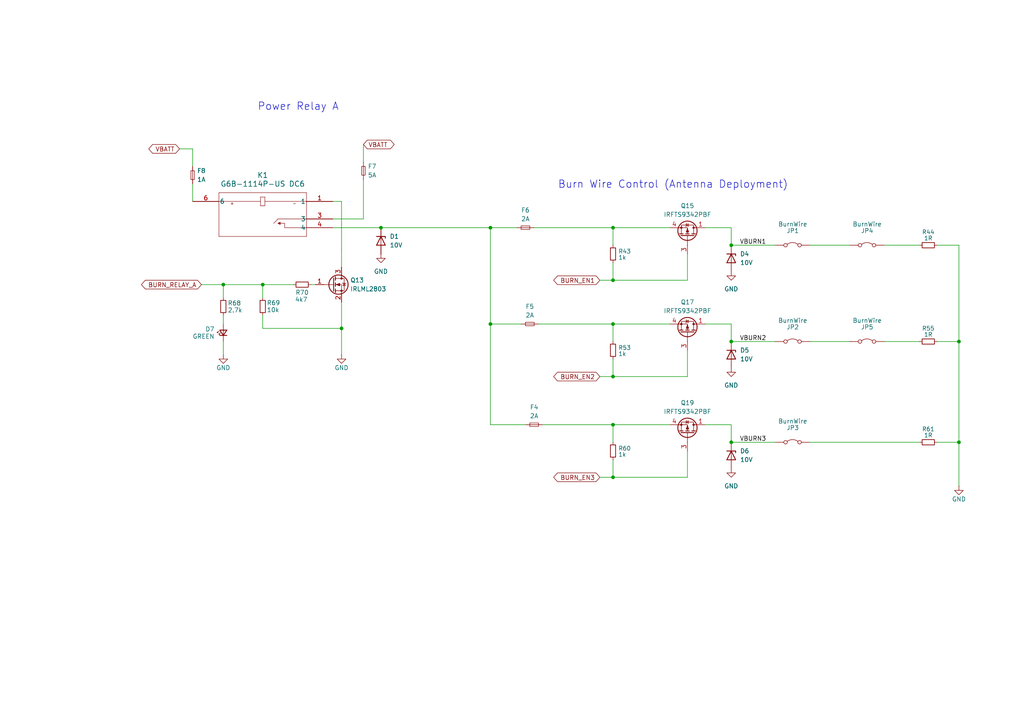
<source format=kicad_sch>
(kicad_sch (version 20231120) (generator "eeschema") (generator_version "8.0")
  (paper "A4")
  (lib_symbols
    (symbol "Argus-IC:IRLML2803" (pin_names hide)
      (property "Reference" "Q23" (at 2.54 1.27 0))
      (property "Value" "IRLML2803" (at 2.54 -1.27 0))
      (symbol "IRLML2803_0_1"
        (circle (center -0.889 0) (radius 2.794) (stroke (width 0.254)))
        (circle (center 0 -1.778) (radius 0.254) (fill (type outline)))
        (polyline (pts (xy -2.286 0) (xy -5.08 0)))
        (polyline (pts (xy -2.286 1.905) (xy -2.286 -1.905)) (stroke (width 0.254)))
        (polyline (pts (xy -1.778 -1.27) (xy -1.778 -2.286)) (stroke (width 0.254)))
        (polyline (pts (xy -1.778 0.508) (xy -1.778 -0.508)) (stroke (width 0.254)))
        (polyline (pts (xy -1.778 2.286) (xy -1.778 1.27)) (stroke (width 0.254)))
        (polyline (pts (xy 0 2.54) (xy 0 1.778)))
        (polyline (pts (xy 0 -2.54) (xy 0 0) (xy -1.778 0)))
        (polyline (pts (xy -1.778 -1.778) (xy 0.762 -1.778) (xy 0.762 1.778) (xy -1.778 1.778)))
        (polyline (pts (xy -1.524 0) (xy -0.508 0.381) (xy -0.508 -0.381) (xy -1.524 0)) (fill (type outline)))
        (polyline (pts (xy 0.254 0.508) (xy 0.381 0.381) (xy 1.143 0.381) (xy 1.27 0.254)))
        (polyline (pts (xy 0.762 0.381) (xy 0.381 -0.254) (xy 1.143 -0.254) (xy 0.762 0.381)))
        (circle (center 0 1.778) (radius 0.254) (fill (type outline)))
      )
      (symbol "IRLML2803_1_1"
        (pin input line (at -7.62 0 0) (length 2.54) (name "G") (number "1"))
        (pin passive line (at 0 -5.08 90) (length 2.54) (name "S") (number "2"))
        (pin passive line (at 0 5.08 270) (length 2.54) (name "D") (number "3"))
      )
    )
    (symbol "Argus-Miscellaneous:G6B-1114P-US_DC6" (pin_names (offset 0.254))
      (property "Reference" "K" (at 20.32 7.62 0))
      (property "Value" "G6B-1114P-US DC6" (at 20.32 5.08 0))
      (symbol "G6B-1114P-US_DC6_0_1"
        (polyline (pts (xy 7.62 -10.16) (xy 33.02 -10.16)) (stroke (width 0.127)))
        (polyline (pts (xy 7.62 -7.62) (xy 13.97 -7.62)) (stroke (width 0.127)))
        (polyline (pts (xy 7.62 -5.08) (xy 15.875 -5.08)) (stroke (width 0.127)))
        (polyline (pts (xy 7.62 0) (xy 19.685 0)) (stroke (width 0.127)))
        (polyline (pts (xy 7.62 2.54) (xy 7.62 -10.16)) (stroke (width 0.127)))
        (polyline (pts (xy 10.795 -0.635) (xy 11.43 -0.635)) (stroke (width 0.127)))
        (polyline (pts (xy 13.97 -7.62) (xy 13.97 -6.35)) (stroke (width 0.127)))
        (polyline (pts (xy 13.97 -6.35) (xy 15.24 -6.35)) (stroke (width 0.127)))
        (polyline (pts (xy 15.24 -6.6675) (xy 15.875 -6.35)) (stroke (width 0.127)))
        (polyline (pts (xy 15.24 -6.0325) (xy 15.24 -6.6675)) (stroke (width 0.127)))
        (polyline (pts (xy 15.24 -6.0325) (xy 15.875 -6.35)) (stroke (width 0.127)))
        (polyline (pts (xy 15.875 -5.08) (xy 17.145 -6.35)) (stroke (width 0.127)))
        (polyline (pts (xy 19.685 -1.27) (xy 19.685 1.27)) (stroke (width 0.127)))
        (polyline (pts (xy 19.685 -1.27) (xy 20.955 -1.27)) (stroke (width 0.127)))
        (polyline (pts (xy 19.685 1.27) (xy 20.955 1.27)) (stroke (width 0.127)))
        (polyline (pts (xy 20.955 0) (xy 33.02 0)) (stroke (width 0.127)))
        (polyline (pts (xy 20.955 1.27) (xy 20.955 -1.27)) (stroke (width 0.127)))
        (polyline (pts (xy 29.21 -0.9525) (xy 29.21 -0.3175)) (stroke (width 0.127)))
        (polyline (pts (xy 29.5275 -0.635) (xy 28.8925 -0.635)) (stroke (width 0.127)))
        (polyline (pts (xy 33.02 -10.16) (xy 33.02 2.54)) (stroke (width 0.127)))
        (polyline (pts (xy 33.02 2.54) (xy 7.62 2.54)) (stroke (width 0.127)))
        (polyline (pts (xy 15.24 -6.6675) (xy 15.875 -6.35) (xy 15.24 -6.0325)) (fill (type outline)))
        (pin unspecified line (at 0 0 0) (length 7.62) (name "1") (number "1"))
        (pin unspecified line (at 0 -5.08 0) (length 7.62) (name "3") (number "3"))
        (pin unspecified line (at 0 -7.62 0) (length 7.62) (name "4") (number "4"))
        (pin unspecified line (at 40.64 0 180) (length 7.62) (name "6") (number "6"))
      )
    )
    (symbol "Device:Fuse_Small" (pin_numbers hide) (pin_names (offset 0.254) hide)
      (property "Reference" "F" (at 0 -1.524 0))
      (property "Value" "Fuse_Small" (at 0 1.524 0))
      (symbol "Fuse_Small_0_1"
        (rectangle (start -1.27 0.508) (end 1.27 -0.508))
        (polyline (pts (xy -1.27 0) (xy 1.27 0)))
      )
      (symbol "Fuse_Small_1_1"
        (pin passive line (at -2.54 0 0) (length 1.27) (name "~") (number "1"))
        (pin passive line (at 2.54 0 180) (length 1.27) (name "~") (number "2"))
      )
    )
    (symbol "Device:LED_Small" (pin_numbers hide) (pin_names (offset 0.254) hide)
      (property "Reference" "D" (at -1.27 3.175 0))
      (property "Value" "LED_Small" (at -4.445 -2.54 0))
      (symbol "LED_Small_0_1"
        (polyline (pts (xy -0.762 -1.016) (xy -0.762 1.016)) (stroke (width 0.254)))
        (polyline (pts (xy 1.016 0) (xy -0.762 0)))
        (polyline (pts (xy 0.762 -1.016) (xy -0.762 0) (xy 0.762 1.016) (xy 0.762 -1.016)) (stroke (width 0.254)))
        (polyline (pts (xy 0 0.762) (xy -0.508 1.27) (xy -0.254 1.27) (xy -0.508 1.27) (xy -0.508 1.016)))
        (polyline (pts (xy 0.508 1.27) (xy 0 1.778) (xy 0.254 1.778) (xy 0 1.778) (xy 0 1.524)))
      )
      (symbol "LED_Small_1_1"
        (pin passive line (at -2.54 0 0) (length 1.778) (name "K") (number "1"))
        (pin passive line (at 2.54 0 180) (length 1.778) (name "A") (number "2"))
      )
    )
    (symbol "Device:R_Small" (pin_numbers hide) (pin_names (offset 0.254) hide)
      (property "Reference" "R" (at 0.762 0.508 0))
      (property "Value" "R_Small" (at 0.762 -1.016 0))
      (symbol "R_Small_0_1"
        (rectangle (start -0.762 1.778) (end 0.762 -1.778) (stroke (width 0.2032)))
      )
      (symbol "R_Small_1_1"
        (pin passive line (at 0 2.54 270) (length 0.762) (name "~") (number "1"))
        (pin passive line (at 0 -2.54 90) (length 0.762) (name "~") (number "2"))
      )
    )
    (symbol "Diode:PTVS10VZ1USK" (pin_numbers hide) (pin_names hide)
      (property "Reference" "D" (at 0 2.54 0))
      (property "Value" "PTVS10VZ1USK" (at 0 -2.54 0))
      (symbol "PTVS10VZ1USK_0_1"
        (polyline (pts (xy 1.27 0) (xy -1.27 0)))
        (polyline (pts (xy -1.27 -1.27) (xy -1.27 1.27) (xy -0.762 1.27)) (stroke (width 0.254)))
        (polyline (pts (xy 1.27 -1.27) (xy 1.27 1.27) (xy -1.27 0) (xy 1.27 -1.27)) (stroke (width 0.254)))
      )
      (symbol "PTVS10VZ1USK_1_1"
        (pin passive line (at -3.81 0 0) (length 2.54) (name "K") (number "1"))
        (pin passive line (at 3.81 0 180) (length 2.54) (name "A") (number "2"))
      )
    )
    (symbol "Jumper:Jumper_2_Bridged" (pin_numbers hide) (pin_names (offset 0) hide) (exclude_from_sim yes)
      (property "Reference" "JP" (at 0 1.905 0))
      (property "Value" "Jumper_2_Bridged" (at 0 -2.54 0))
      (symbol "Jumper_2_Bridged_0_0"
        (circle (center -2.032 0) (radius 0.508))
        (circle (center 2.032 0) (radius 0.508))
      )
      (symbol "Jumper_2_Bridged_0_1"
        (arc (start 1.524 0.254) (mid 0 0.762) (end -1.524 0.254))
      )
      (symbol "Jumper_2_Bridged_1_1"
        (pin passive line (at -5.08 0 0) (length 2.54) (name "A") (number "1"))
        (pin passive line (at 5.08 0 180) (length 2.54) (name "B") (number "2"))
      )
    )
    (symbol "Transistor_FET:IRFTS9342PBF" (pin_names hide)
      (property "Reference" "Q" (at 5.08 1.905 0))
      (property "Value" "IRFTS9342PBF" (at 5.08 0 0))
      (symbol "IRFTS9342PBF_0_1"
        (polyline (pts (xy 0.254 0) (xy -2.54 0)))
        (polyline (pts (xy 0.254 1.905) (xy 0.254 -1.905)) (stroke (width 0.254)))
        (polyline (pts (xy 0.762 -1.27) (xy 0.762 -2.286)) (stroke (width 0.254)))
        (polyline (pts (xy 0.762 0.508) (xy 0.762 -0.508)) (stroke (width 0.254)))
        (polyline (pts (xy 0.762 2.286) (xy 0.762 1.27)) (stroke (width 0.254)))
        (polyline (pts (xy 2.54 2.54) (xy 2.54 1.778)))
        (polyline (pts (xy 2.54 -2.54) (xy 2.54 0) (xy 0.762 0)))
        (polyline (pts (xy 0.762 1.778) (xy 3.302 1.778) (xy 3.302 -1.778) (xy 0.762 -1.778)))
        (polyline (pts (xy 2.286 0) (xy 1.27 0.381) (xy 1.27 -0.381) (xy 2.286 0)) (fill (type outline)))
        (polyline (pts (xy 2.794 -0.508) (xy 2.921 -0.381) (xy 3.683 -0.381) (xy 3.81 -0.254)))
        (polyline (pts (xy 3.302 -0.381) (xy 2.921 0.254) (xy 3.683 0.254) (xy 3.302 -0.381)))
        (circle (center 1.651 0) (radius 2.794) (stroke (width 0.254)))
        (circle (center 2.54 -1.778) (radius 0.254) (fill (type outline)))
        (circle (center 2.54 1.778) (radius 0.254) (fill (type outline)))
      )
      (symbol "IRFTS9342PBF_1_1"
        (pin passive line (at 2.54 5.08 270) (length 2.54) (name "D") (number "1"))
        (pin passive line (at 2.54 5.08 270) (length 2.54) hide (name "D") (number "2"))
        (pin input line (at -5.08 0 0) (length 2.54) (name "G") (number "3"))
        (pin passive line (at 2.54 -5.08 90) (length 2.54) (name "S") (number "4"))
        (pin passive line (at 2.54 5.08 270) (length 2.54) hide (name "D") (number "5"))
        (pin passive line (at 2.54 5.08 270) (length 2.54) hide (name "D") (number "6"))
      )
    )
    (symbol "power:GND" (power) (pin_numbers hide) (pin_names (offset 0) hide)
      (property "Value" "GND" (at 0 -3.81 0))
      (symbol "GND_0_1"
        (polyline (pts (xy 0 0) (xy 0 -1.27) (xy 1.27 -1.27) (xy 0 -2.54) (xy -1.27 -1.27) (xy 0 -1.27)))
      )
      (symbol "GND_1_1"
        (pin power_in line (at 0 0 270) (length 0) (name "~") (number "1"))
      )
    )
  )
  (junction (at 177.8 138.43))
  (junction (at 177.8 93.98))
  (junction (at 142.24 66.04))
  (junction (at 177.8 81.28))
  (junction (at 278.13 99.06))
  (junction (at 76.2 82.55))
  (junction (at 212.09 71.12))
  (junction (at 212.09 128.27))
  (junction (at 278.13 128.27))
  (junction (at 110.49 66.04))
  (junction (at 99.06 95.25))
  (junction (at 142.24 93.98))
  (junction (at 64.77 82.55))
  (junction (at 177.8 66.04))
  (junction (at 177.8 123.19))
  (junction (at 212.09 99.06))
  (junction (at 177.8 109.22))
  (wire (pts (xy 142.24 66.04) (xy 142.24 93.98)))
  (wire (pts (xy 64.77 91.44) (xy 64.77 93.98)))
  (wire (pts (xy 177.8 93.98) (xy 177.8 99.06)))
  (wire (pts (xy 199.39 81.28) (xy 199.39 73.66)))
  (wire (pts (xy 234.95 128.27) (xy 266.7 128.27)))
  (wire (pts (xy 64.77 82.55) (xy 58.42 82.55)) (stroke (width 0.1524)))
  (wire (pts (xy 177.8 93.98) (xy 194.31 93.98)))
  (wire (pts (xy 177.8 104.14) (xy 177.8 109.22)))
  (wire (pts (xy 177.8 109.22) (xy 199.39 109.22)))
  (wire (pts (xy 173.99 109.22) (xy 177.8 109.22)))
  (wire (pts (xy 234.95 99.06) (xy 246.38 99.06)))
  (wire (pts (xy 96.52 58.42) (xy 99.06 58.42)))
  (wire (pts (xy 83.82 82.55) (xy 85.09 82.55)))
  (wire (pts (xy 212.09 66.04) (xy 212.09 71.12)))
  (wire (pts (xy 204.47 66.04) (xy 212.09 66.04)))
  (wire (pts (xy 212.09 71.12) (xy 224.79 71.12)))
  (wire (pts (xy 177.8 81.28) (xy 199.39 81.28)))
  (wire (pts (xy 142.24 93.98) (xy 151.13 93.98)))
  (wire (pts (xy 76.2 95.25) (xy 99.06 95.25)))
  (wire (pts (xy 142.24 93.98) (xy 142.24 123.19)))
  (wire (pts (xy 105.41 63.5) (xy 96.52 63.5)))
  (wire (pts (xy 99.06 58.42) (xy 99.06 72.39)))
  (wire (pts (xy 278.13 71.12) (xy 278.13 99.06)))
  (wire (pts (xy 76.2 82.55) (xy 76.2 86.36)) (stroke (width 0.1524)))
  (wire (pts (xy 55.88 43.18) (xy 55.88 48.26)))
  (wire (pts (xy 177.8 133.35) (xy 177.8 138.43)))
  (wire (pts (xy 212.09 128.27) (xy 224.79 128.27)))
  (wire (pts (xy 204.47 93.98) (xy 212.09 93.98)))
  (wire (pts (xy 99.06 87.63) (xy 99.06 95.25)))
  (wire (pts (xy 278.13 140.97) (xy 278.13 128.27)))
  (wire (pts (xy 199.39 109.22) (xy 199.39 101.6)))
  (wire (pts (xy 99.06 72.39) (xy 99.06 77.47)) (stroke (width 0.1524)))
  (wire (pts (xy 256.54 99.06) (xy 266.7 99.06)))
  (wire (pts (xy 105.41 41.91) (xy 105.41 46.99)))
  (wire (pts (xy 64.77 82.55) (xy 64.77 86.36)) (stroke (width 0.1524)))
  (wire (pts (xy 157.48 123.19) (xy 177.8 123.19)))
  (wire (pts (xy 173.99 81.28) (xy 177.8 81.28)))
  (wire (pts (xy 212.09 99.06) (xy 224.79 99.06)))
  (wire (pts (xy 177.8 76.2) (xy 177.8 81.28)))
  (wire (pts (xy 199.39 138.43) (xy 199.39 130.81)))
  (wire (pts (xy 76.2 82.55) (xy 83.82 82.55)) (stroke (width 0.1524)))
  (wire (pts (xy 212.09 123.19) (xy 212.09 128.27)))
  (wire (pts (xy 278.13 71.12) (xy 271.78 71.12)))
  (wire (pts (xy 76.2 95.25) (xy 76.2 91.44)))
  (wire (pts (xy 96.52 66.04) (xy 110.49 66.04)))
  (wire (pts (xy 64.77 102.87) (xy 64.77 99.06)))
  (wire (pts (xy 177.8 123.19) (xy 177.8 128.27)))
  (wire (pts (xy 55.88 53.34) (xy 55.88 58.42)))
  (wire (pts (xy 156.21 93.98) (xy 177.8 93.98)))
  (wire (pts (xy 234.95 71.12) (xy 246.38 71.12)))
  (wire (pts (xy 173.99 138.43) (xy 177.8 138.43)))
  (wire (pts (xy 142.24 66.04) (xy 149.86 66.04)))
  (wire (pts (xy 52.07 43.18) (xy 55.88 43.18)))
  (wire (pts (xy 204.47 123.19) (xy 212.09 123.19)))
  (wire (pts (xy 256.54 71.12) (xy 266.7 71.12)))
  (wire (pts (xy 90.17 82.55) (xy 91.44 82.55)))
  (wire (pts (xy 177.8 66.04) (xy 177.8 71.12)))
  (wire (pts (xy 110.49 66.04) (xy 142.24 66.04)))
  (wire (pts (xy 271.78 128.27) (xy 278.13 128.27)))
  (wire (pts (xy 212.09 93.98) (xy 212.09 99.06)))
  (wire (pts (xy 142.24 123.19) (xy 152.4 123.19)))
  (wire (pts (xy 105.41 52.07) (xy 105.41 63.5)))
  (wire (pts (xy 177.8 66.04) (xy 194.31 66.04)))
  (wire (pts (xy 177.8 138.43) (xy 199.39 138.43)))
  (wire (pts (xy 271.78 99.06) (xy 278.13 99.06)))
  (wire (pts (xy 64.77 82.55) (xy 76.2 82.55)) (stroke (width 0.1524)))
  (wire (pts (xy 99.06 102.87) (xy 99.06 95.25)))
  (wire (pts (xy 278.13 99.06) (xy 278.13 128.27)))
  (wire (pts (xy 177.8 123.19) (xy 194.31 123.19)))
  (wire (pts (xy 154.94 66.04) (xy 177.8 66.04)))
  (text "Burn Wire Control (Antenna Deployment)" (at 161.798 54.864 0) (effects (font (size 2.159 2.159)) (justify left bottom)))
  (text "Power Relay A" (at 74.676 32.258 0) (effects (font (size 2.159 2.159)) (justify left bottom)))
  (label "VBURN3" (at 222.25 128.27 180))
  (label "VBURN2" (at 222.25 99.06 180))
  (label "VBURN1" (at 222.25 71.12 180))
  (global_label "BURN_EN1" (shape bidirectional) (at 173.99 81.28 180) (property "Intersheetrefs" "${INTERSHEET_REFS}" (effects (hide yes))))
  (global_label "VBATT" (shape bidirectional) (at 52.07 43.18 180) (property "Intersheetrefs" "${INTERSHEET_REFS}" (effects (hide yes))))
  (global_label "BURN_EN3" (shape bidirectional) (at 173.99 138.43 180) (property "Intersheetrefs" "${INTERSHEET_REFS}" (effects (hide yes))))
  (global_label "BURN_RELAY_A" (shape bidirectional) (at 58.42 82.55 180) (property "Intersheetrefs" "${INTERSHEET_REFS}" (effects (hide yes))))
  (global_label "VBATT" (shape bidirectional) (at 105.41 41.91 0) (property "Intersheetrefs" "${INTERSHEET_REFS}" (effects (hide yes))))
  (global_label "BURN_EN2" (shape bidirectional) (at 173.99 109.22 180) (property "Intersheetrefs" "${INTERSHEET_REFS}" (effects (hide yes))))
  (symbol (lib_id "Argus-Miscellaneous:G6B-1114P-US_DC6") (at 96.52 58.42 0) (mirror y) (unit 1)
    (property "Reference" "K1" (at 76.2 50.8 0) (effects (font (size 1.524 1.524))))
    (property "Value" "G6B-1114P-US DC6" (at 76.2 53.34 0) (effects (font (size 1.524 1.524))))
    (property "Footprint" "Argus-Miscellaneous:RELAY_G6B-1114P-US_OMR" (effects (hide yes)))
    (property "Datasheet" "G6B-1114P-US DC6" (effects (hide yes)))
  )
  (symbol (lib_id "power:GND") (at 212.09 106.68 0) (mirror y) (unit 1)
    (property "Reference" "#PWR056" (effects (hide yes)))
    (property "Value" "GND" (at 212.09 111.76 0))
    (property "Description" "Power symbol creates a global label with name \"GND\" , ground" (effects (hide yes)))
  )
  (symbol (lib_id "Device:Fuse_Small") (at 55.88 50.8 90) (unit 1)
    (property "Reference" "F8" (at 57.15 49.5299 90) (effects (justify right)))
    (property "Value" "1A" (at 57.15 52.0699 90) (effects (justify right)))
    (property "Footprint" "Fuse:Fuse_0603_1608Metric" (effects (hide yes)))
    (property "Description" "Fuse, small symbol" (effects (hide yes)))
  )
  (symbol (lib_id "power:GND") (at 212.09 135.89 0) (mirror y) (unit 1)
    (property "Reference" "#PWR057" (effects (hide yes)))
    (property "Value" "GND" (at 212.09 140.97 0))
    (property "Description" "Power symbol creates a global label with name \"GND\" , ground" (effects (hide yes)))
  )
  (symbol (lib_id "Device:R_Small") (at 177.8 101.6 180) (unit 1)
    (property "Reference" "R53" (at 179.324 100.838 0) (effects (font (size 1.2 1.2)) (justify right)))
    (property "Value" "1k" (at 179.324 102.616 0) (effects (font (size 1.2 1.2)) (justify right)))
    (property "Footprint" "Resistor_SMD:R_0603_1608Metric" (effects (hide yes)))
    (property "Description" "Resistor, small symbol" (effects (hide yes)))
  )
  (symbol (lib_id "Jumper:Jumper_2_Bridged") (at 251.46 71.12 0) (unit 1)
    (property "Reference" "JP4" (at 249.682 66.929 0) (effects (justify left)))
    (property "Value" "BurnWire" (at 247.269 65.024 0) (effects (justify left)))
    (property "Footprint" "Argus-Miscellaneous:Burn-Wire" (effects (hide yes)))
  )
  (symbol (lib_id "Device:R_Small") (at 64.77 88.9 0) (unit 1)
    (property "Reference" "R68" (at 66.04 88.646 0) (effects (justify left bottom)))
    (property "Value" "2.7k" (at 66.04 90.678 0) (effects (justify left bottom)))
    (property "Footprint" "Resistor_SMD:R_0603_1608Metric" (effects (hide yes)))
    (property "Description" "Resistor, small symbol" (effects (hide yes)))
    (property "DIS" "Digi-Key" (effects (hide yes)))
    (property "DPN" "A129693CT-ND" (effects (hide yes)))
    (property "MFR" "TE" (effects (hide yes)))
    (property "MPN" "CRGCQ0603F2K7" (effects (hide yes)))
  )
  (symbol (lib_id "Transistor_FET:IRFTS9342PBF") (at 199.39 125.73 270) (mirror x) (unit 1)
    (property "Reference" "Q19" (at 199.39 116.84 90))
    (property "Value" "IRFTS9342PBF" (at 199.39 119.38 90))
    (property "Footprint" "Package_SO:TSOP-6_1.65x3.05mm_P0.95mm" (effects (hide yes)))
    (property "Datasheet" "https://www.infineon.com/dgdl/irfts9342pbf.pdf?fileId=5546d462533600a40153563aeabc21f3" (effects (hide yes)))
    (property "Description" "-5.8A Id, -30V Vds, 40mOhm Rds, P-Channel HEXFET Power MOSFET, TSOP-6" (effects (hide yes)))
  )
  (symbol (lib_id "power:GND") (at 278.13 140.97 0) (unit 1)
    (property "Reference" "#PWR032" (effects (hide yes)))
    (property "Value" "GND" (at 278.13 144.78 0))
    (property "Description" "Power symbol creates a global label with name \"GND\" , ground" (effects (hide yes)))
  )
  (symbol (lib_id "Jumper:Jumper_2_Bridged") (at 229.87 99.06 0) (unit 1)
    (property "Reference" "JP2" (at 228.092 94.869 0) (effects (justify left)))
    (property "Value" "BurnWire" (at 225.679 92.964 0) (effects (justify left)))
    (property "Footprint" "Argus-Miscellaneous:Burn-Wire" (effects (hide yes)))
  )
  (symbol (lib_id "Jumper:Jumper_2_Bridged") (at 251.46 99.06 0) (unit 1)
    (property "Reference" "JP5" (at 249.682 94.869 0) (effects (justify left)))
    (property "Value" "BurnWire" (at 247.269 92.964 0) (effects (justify left)))
    (property "Footprint" "Argus-Miscellaneous:Burn-Wire" (effects (hide yes)))
  )
  (symbol (lib_id "Device:R_Small") (at 269.24 71.12 270) (unit 1)
    (property "Reference" "R44" (at 269.24 67.31 90) (effects (font (size 1.2 1.2))))
    (property "Value" "1R" (at 269.24 69.088 90) (effects (font (size 1.2 1.2))))
    (property "Footprint" "Resistor_SMD:R_2512_6332Metric" (effects (hide yes)))
    (property "Description" "Resistor, small symbol" (effects (hide yes)))
  )
  (symbol (lib_id "Device:Fuse_Small") (at 153.67 93.98 0) (mirror y) (unit 1)
    (property "Reference" "F5" (at 153.67 88.9 0))
    (property "Value" "2A" (at 153.67 91.44 0))
    (property "Footprint" "Fuse:Fuse_0603_1608Metric" (effects (hide yes)))
    (property "Description" "Fuse, small symbol" (effects (hide yes)))
  )
  (symbol (lib_id "power:GND") (at 212.09 78.74 0) (mirror y) (unit 1)
    (property "Reference" "#PWR055" (effects (hide yes)))
    (property "Value" "GND" (at 212.09 83.82 0))
    (property "Description" "Power symbol creates a global label with name \"GND\" , ground" (effects (hide yes)))
  )
  (symbol (lib_id "Device:R_Small") (at 269.24 128.27 270) (unit 1)
    (property "Reference" "R61" (at 269.24 124.46 90) (effects (font (size 1.2 1.2))))
    (property "Value" "1R" (at 269.24 126.238 90) (effects (font (size 1.2 1.2))))
    (property "Footprint" "Resistor_SMD:R_2512_6332Metric" (effects (hide yes)))
    (property "Description" "Resistor, small symbol" (effects (hide yes)))
  )
  (symbol (lib_id "Device:Fuse_Small") (at 105.41 49.53 90) (unit 1)
    (property "Reference" "F7" (at 106.68 48.2599 90) (effects (justify right)))
    (property "Value" "5A" (at 106.68 50.7999 90) (effects (justify right)))
    (property "Footprint" "Fuse:Fuse_0603_1608Metric" (effects (hide yes)))
    (property "Description" "Fuse, small symbol" (effects (hide yes)))
  )
  (symbol (lib_id "power:GND") (at 99.06 102.87 0) (mirror y) (unit 1)
    (property "Reference" "#GND04" (effects (hide yes)))
    (property "Value" "GND" (at 99.06 106.68 0))
    (property "Description" "Power symbol creates a global label with name \"GND\" , ground" (effects (hide yes)))
  )
  (symbol (lib_id "Transistor_FET:IRFTS9342PBF") (at 199.39 68.58 270) (mirror x) (unit 1)
    (property "Reference" "Q15" (at 199.39 59.69 90))
    (property "Value" "IRFTS9342PBF" (at 199.39 62.23 90))
    (property "Footprint" "Package_SO:TSOP-6_1.65x3.05mm_P0.95mm" (effects (hide yes)))
    (property "Datasheet" "https://www.infineon.com/dgdl/irfts9342pbf.pdf?fileId=5546d462533600a40153563aeabc21f3" (effects (hide yes)))
    (property "Description" "-5.8A Id, -30V Vds, 40mOhm Rds, P-Channel HEXFET Power MOSFET, TSOP-6" (effects (hide yes)))
  )
  (symbol (lib_id "Device:R_Small") (at 177.8 73.66 180) (unit 1)
    (property "Reference" "R43" (at 179.324 72.898 0) (effects (font (size 1.2 1.2)) (justify right)))
    (property "Value" "1k" (at 179.324 74.676 0) (effects (font (size 1.2 1.2)) (justify right)))
    (property "Footprint" "Resistor_SMD:R_0603_1608Metric" (effects (hide yes)))
    (property "Description" "Resistor, small symbol" (effects (hide yes)))
  )
  (symbol (lib_id "Transistor_FET:IRFTS9342PBF") (at 199.39 96.52 270) (mirror x) (unit 1)
    (property "Reference" "Q17" (at 199.39 87.63 90))
    (property "Value" "IRFTS9342PBF" (at 199.39 90.17 90))
    (property "Footprint" "Package_SO:TSOP-6_1.65x3.05mm_P0.95mm" (effects (hide yes)))
    (property "Datasheet" "https://www.infineon.com/dgdl/irfts9342pbf.pdf?fileId=5546d462533600a40153563aeabc21f3" (effects (hide yes)))
    (property "Description" "-5.8A Id, -30V Vds, 40mOhm Rds, P-Channel HEXFET Power MOSFET, TSOP-6" (effects (hide yes)))
  )
  (symbol (lib_id "power:GND") (at 110.49 73.66 0) (mirror y) (unit 1)
    (property "Reference" "#PWR03" (effects (hide yes)))
    (property "Value" "GND" (at 110.49 78.74 0))
    (property "Description" "Power symbol creates a global label with name \"GND\" , ground" (effects (hide yes)))
  )
  (symbol (lib_id "Device:Fuse_Small") (at 154.94 123.19 0) (mirror y) (unit 1)
    (property "Reference" "F4" (at 154.94 118.11 0))
    (property "Value" "2A" (at 154.94 120.65 0))
    (property "Footprint" "Fuse:Fuse_0603_1608Metric" (effects (hide yes)))
    (property "Description" "Fuse, small symbol" (effects (hide yes)))
  )
  (symbol (lib_id "Device:R_Small") (at 177.8 130.81 180) (unit 1)
    (property "Reference" "R60" (at 179.324 130.048 0) (effects (font (size 1.2 1.2)) (justify right)))
    (property "Value" "1k" (at 179.324 131.826 0) (effects (font (size 1.2 1.2)) (justify right)))
    (property "Footprint" "Resistor_SMD:R_0603_1608Metric" (effects (hide yes)))
    (property "Description" "Resistor, small symbol" (effects (hide yes)))
  )
  (symbol (lib_id "Jumper:Jumper_2_Bridged") (at 229.87 71.12 0) (unit 1)
    (property "Reference" "JP1" (at 228.092 66.929 0) (effects (justify left)))
    (property "Value" "BurnWire" (at 225.679 65.024 0) (effects (justify left)))
    (property "Footprint" "Argus-Miscellaneous:Burn-Wire" (effects (hide yes)))
  )
  (symbol (lib_id "Device:Fuse_Small") (at 152.4 66.04 0) (mirror y) (unit 1)
    (property "Reference" "F6" (at 152.4 60.96 0))
    (property "Value" "2A" (at 152.4 63.5 0))
    (property "Footprint" "Fuse:Fuse_0603_1608Metric" (effects (hide yes)))
    (property "Description" "Fuse, small symbol" (effects (hide yes)))
  )
  (symbol (lib_id "Diode:PTVS10VZ1USK") (at 212.09 132.08 270) (unit 1)
    (property "Reference" "D6" (at 214.63 130.8099 90) (effects (justify left)))
    (property "Value" "10V" (at 214.63 133.3499 90) (effects (justify left)))
    (property "Footprint" "Diode_SMD:Nexperia_DSN1608-2_1.6x0.8mm" (effects (hide yes)))
    (property "Datasheet" "https://assets.nexperia.com/documents/data-sheet/PTVS10VZ1USK.pdf" (effects (hide yes)))
    (property "Description" "10V, 2000W TVS unidirectional diode, DSN1608-2" (effects (hide yes)))
  )
  (symbol (lib_id "Device:R_Small") (at 269.24 99.06 270) (unit 1)
    (property "Reference" "R55" (at 269.24 95.25 90) (effects (font (size 1.2 1.2))))
    (property "Value" "1R" (at 269.24 97.028 90) (effects (font (size 1.2 1.2))))
    (property "Footprint" "Resistor_SMD:R_2512_6332Metric" (effects (hide yes)))
    (property "Description" "Resistor, small symbol" (effects (hide yes)))
  )
  (symbol (lib_id "Diode:PTVS10VZ1USK") (at 110.49 69.85 270) (unit 1)
    (property "Reference" "D1" (at 113.03 68.5799 90) (effects (justify left)))
    (property "Value" "10V" (at 113.03 71.1199 90) (effects (justify left)))
    (property "Footprint" "Diode_SMD:Nexperia_DSN1608-2_1.6x0.8mm" (effects (hide yes)))
    (property "Datasheet" "https://assets.nexperia.com/documents/data-sheet/PTVS10VZ1USK.pdf" (effects (hide yes)))
    (property "Description" "10V, 2000W TVS unidirectional diode, DSN1608-2" (effects (hide yes)))
  )
  (symbol (lib_id "Argus-IC:IRLML2803") (at 99.06 82.55 0) (unit 1)
    (property "Reference" "Q13" (at 101.6 81.28 0) (effects (justify left)))
    (property "Value" "IRLML2803" (at 101.6 83.82 0) (effects (justify left)))
    (property "Footprint" "Package_TO_SOT_SMD:SOT-23" (effects (hide yes)))
  )
  (symbol (lib_id "Diode:PTVS10VZ1USK") (at 212.09 74.93 270) (unit 1)
    (property "Reference" "D4" (at 214.63 73.6599 90) (effects (justify left)))
    (property "Value" "10V" (at 214.63 76.1999 90) (effects (justify left)))
    (property "Footprint" "Diode_SMD:Nexperia_DSN1608-2_1.6x0.8mm" (effects (hide yes)))
    (property "Datasheet" "https://assets.nexperia.com/documents/data-sheet/PTVS10VZ1USK.pdf" (effects (hide yes)))
    (property "Description" "10V, 2000W TVS unidirectional diode, DSN1608-2" (effects (hide yes)))
  )
  (symbol (lib_id "power:GND") (at 64.77 102.87 0) (mirror y) (unit 1)
    (property "Reference" "#GND03" (effects (hide yes)))
    (property "Value" "GND" (at 64.77 106.68 0))
    (property "Description" "Power symbol creates a global label with name \"GND\" , ground" (effects (hide yes)))
  )
  (symbol (lib_id "Device:R_Small") (at 76.2 88.9 180) (unit 1)
    (property "Reference" "R69" (at 81.28 87.122 0) (effects (justify left bottom)))
    (property "Value" "10k" (at 81.026 89.154 0) (effects (justify left bottom)))
    (property "Footprint" "Resistor_SMD:R_0603_1608Metric" (effects (hide yes)))
    (property "Description" "Resistor, small symbol" (effects (hide yes)))
    (property "DIS" "Digi-Key" (effects (hide yes)))
    (property "DPN" "311-10.0KHRCT-ND" (effects (hide yes)))
    (property "MFR" "Yageo" (effects (hide yes)))
    (property "MPN" "RC0603FR-0710KL" (effects (hide yes)))
  )
  (symbol (lib_id "Device:LED_Small") (at 64.77 96.52 90) (unit 1)
    (property "Reference" "D7" (at 62.23 94.742 90) (effects (justify left bottom)))
    (property "Value" "GREEN" (at 62.23 98.298 90) (effects (justify left top)))
    (property "Footprint" "LED_SMD:LED_0603_1608Metric" (effects (hide yes)))
    (property "Description" "Light emitting diode, small symbol" (effects (hide yes)))
    (property "DIS" "Digi-Key" (effects (hide yes)))
    (property "DPN" "1830-1064-1-ND" (effects (hide yes)))
    (property "MFR" "Inolux" (effects (hide yes)))
    (property "MPN" "IN-S63AT5A" (effects (hide yes)))
  )
  (symbol (lib_id "Diode:PTVS10VZ1USK") (at 212.09 102.87 270) (unit 1)
    (property "Reference" "D5" (at 214.63 101.5999 90) (effects (justify left)))
    (property "Value" "10V" (at 214.63 104.1399 90) (effects (justify left)))
    (property "Footprint" "Diode_SMD:Nexperia_DSN1608-2_1.6x0.8mm" (effects (hide yes)))
    (property "Datasheet" "https://assets.nexperia.com/documents/data-sheet/PTVS10VZ1USK.pdf" (effects (hide yes)))
    (property "Description" "10V, 2000W TVS unidirectional diode, DSN1608-2" (effects (hide yes)))
  )
  (symbol (lib_id "Jumper:Jumper_2_Bridged") (at 229.87 128.27 0) (unit 1)
    (property "Reference" "JP3" (at 228.092 124.079 0) (effects (justify left)))
    (property "Value" "BurnWire" (at 225.679 122.174 0) (effects (justify left)))
    (property "Footprint" "Argus-Miscellaneous:Burn-Wire" (effects (hide yes)))
  )
  (symbol (lib_id "Device:R_Small") (at 87.63 82.55 90) (unit 1)
    (property "Reference" "R70" (at 87.63 84.836 90))
    (property "Value" "4k7" (at 87.376 86.868 90))
    (property "Footprint" "Resistor_SMD:R_0603_1608Metric" (effects (hide yes)))
    (property "Description" "Resistor, small symbol" (effects (hide yes)))
  )
)
</source>
